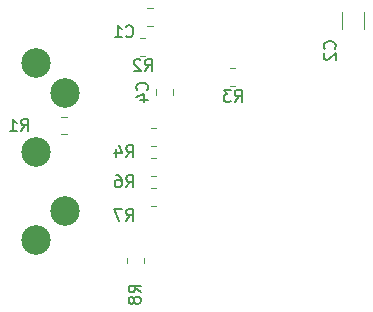
<source format=gbr>
%TF.GenerationSoftware,KiCad,Pcbnew,(6.0.0)*%
%TF.CreationDate,2022-10-20T13:44:37-04:00*%
%TF.ProjectId,TandyKey-A,54616e64-794b-4657-992d-412e6b696361,rev?*%
%TF.SameCoordinates,Original*%
%TF.FileFunction,Legend,Bot*%
%TF.FilePolarity,Positive*%
%FSLAX46Y46*%
G04 Gerber Fmt 4.6, Leading zero omitted, Abs format (unit mm)*
G04 Created by KiCad (PCBNEW (6.0.0)) date 2022-10-20 13:44:37*
%MOMM*%
%LPD*%
G01*
G04 APERTURE LIST*
%ADD10C,0.150000*%
%ADD11C,0.120000*%
%ADD12C,2.499360*%
G04 APERTURE END LIST*
D10*
%TO.C,R1*%
X115101666Y-94432380D02*
X115435000Y-93956190D01*
X115673095Y-94432380D02*
X115673095Y-93432380D01*
X115292142Y-93432380D01*
X115196904Y-93480000D01*
X115149285Y-93527619D01*
X115101666Y-93622857D01*
X115101666Y-93765714D01*
X115149285Y-93860952D01*
X115196904Y-93908571D01*
X115292142Y-93956190D01*
X115673095Y-93956190D01*
X114149285Y-94432380D02*
X114720714Y-94432380D01*
X114435000Y-94432380D02*
X114435000Y-93432380D01*
X114530238Y-93575238D01*
X114625476Y-93670476D01*
X114720714Y-93718095D01*
%TO.C,C1*%
X123991666Y-86399642D02*
X124039285Y-86447261D01*
X124182142Y-86494880D01*
X124277380Y-86494880D01*
X124420238Y-86447261D01*
X124515476Y-86352023D01*
X124563095Y-86256785D01*
X124610714Y-86066309D01*
X124610714Y-85923452D01*
X124563095Y-85732976D01*
X124515476Y-85637738D01*
X124420238Y-85542500D01*
X124277380Y-85494880D01*
X124182142Y-85494880D01*
X124039285Y-85542500D01*
X123991666Y-85590119D01*
X123039285Y-86494880D02*
X123610714Y-86494880D01*
X123325000Y-86494880D02*
X123325000Y-85494880D01*
X123420238Y-85637738D01*
X123515476Y-85732976D01*
X123610714Y-85780595D01*
%TO.C,C4*%
X125769642Y-90955833D02*
X125817261Y-90908214D01*
X125864880Y-90765357D01*
X125864880Y-90670119D01*
X125817261Y-90527261D01*
X125722023Y-90432023D01*
X125626785Y-90384404D01*
X125436309Y-90336785D01*
X125293452Y-90336785D01*
X125102976Y-90384404D01*
X125007738Y-90432023D01*
X124912500Y-90527261D01*
X124864880Y-90670119D01*
X124864880Y-90765357D01*
X124912500Y-90908214D01*
X124960119Y-90955833D01*
X125198214Y-91812976D02*
X125864880Y-91812976D01*
X124817261Y-91574880D02*
X125531547Y-91336785D01*
X125531547Y-91955833D01*
%TO.C,C2*%
X141644642Y-87463333D02*
X141692261Y-87415714D01*
X141739880Y-87272857D01*
X141739880Y-87177619D01*
X141692261Y-87034761D01*
X141597023Y-86939523D01*
X141501785Y-86891904D01*
X141311309Y-86844285D01*
X141168452Y-86844285D01*
X140977976Y-86891904D01*
X140882738Y-86939523D01*
X140787500Y-87034761D01*
X140739880Y-87177619D01*
X140739880Y-87272857D01*
X140787500Y-87415714D01*
X140835119Y-87463333D01*
X140835119Y-87844285D02*
X140787500Y-87891904D01*
X140739880Y-87987142D01*
X140739880Y-88225238D01*
X140787500Y-88320476D01*
X140835119Y-88368095D01*
X140930357Y-88415714D01*
X141025595Y-88415714D01*
X141168452Y-88368095D01*
X141739880Y-87796666D01*
X141739880Y-88415714D01*
%TO.C,R7*%
X123991666Y-102052380D02*
X124325000Y-101576190D01*
X124563095Y-102052380D02*
X124563095Y-101052380D01*
X124182142Y-101052380D01*
X124086904Y-101100000D01*
X124039285Y-101147619D01*
X123991666Y-101242857D01*
X123991666Y-101385714D01*
X124039285Y-101480952D01*
X124086904Y-101528571D01*
X124182142Y-101576190D01*
X124563095Y-101576190D01*
X123658333Y-101052380D02*
X122991666Y-101052380D01*
X123420238Y-102052380D01*
%TO.C,R2*%
X125579166Y-89352380D02*
X125912500Y-88876190D01*
X126150595Y-89352380D02*
X126150595Y-88352380D01*
X125769642Y-88352380D01*
X125674404Y-88400000D01*
X125626785Y-88447619D01*
X125579166Y-88542857D01*
X125579166Y-88685714D01*
X125626785Y-88780952D01*
X125674404Y-88828571D01*
X125769642Y-88876190D01*
X126150595Y-88876190D01*
X125198214Y-88447619D02*
X125150595Y-88400000D01*
X125055357Y-88352380D01*
X124817261Y-88352380D01*
X124722023Y-88400000D01*
X124674404Y-88447619D01*
X124626785Y-88542857D01*
X124626785Y-88638095D01*
X124674404Y-88780952D01*
X125245833Y-89352380D01*
X124626785Y-89352380D01*
%TO.C,R4*%
X123991666Y-96654880D02*
X124325000Y-96178690D01*
X124563095Y-96654880D02*
X124563095Y-95654880D01*
X124182142Y-95654880D01*
X124086904Y-95702500D01*
X124039285Y-95750119D01*
X123991666Y-95845357D01*
X123991666Y-95988214D01*
X124039285Y-96083452D01*
X124086904Y-96131071D01*
X124182142Y-96178690D01*
X124563095Y-96178690D01*
X123134523Y-95988214D02*
X123134523Y-96654880D01*
X123372619Y-95607261D02*
X123610714Y-96321547D01*
X122991666Y-96321547D01*
%TO.C,R3*%
X133199166Y-91954880D02*
X133532500Y-91478690D01*
X133770595Y-91954880D02*
X133770595Y-90954880D01*
X133389642Y-90954880D01*
X133294404Y-91002500D01*
X133246785Y-91050119D01*
X133199166Y-91145357D01*
X133199166Y-91288214D01*
X133246785Y-91383452D01*
X133294404Y-91431071D01*
X133389642Y-91478690D01*
X133770595Y-91478690D01*
X132865833Y-90954880D02*
X132246785Y-90954880D01*
X132580119Y-91335833D01*
X132437261Y-91335833D01*
X132342023Y-91383452D01*
X132294404Y-91431071D01*
X132246785Y-91526309D01*
X132246785Y-91764404D01*
X132294404Y-91859642D01*
X132342023Y-91907261D01*
X132437261Y-91954880D01*
X132722976Y-91954880D01*
X132818214Y-91907261D01*
X132865833Y-91859642D01*
%TO.C,R6*%
X123991666Y-99194880D02*
X124325000Y-98718690D01*
X124563095Y-99194880D02*
X124563095Y-98194880D01*
X124182142Y-98194880D01*
X124086904Y-98242500D01*
X124039285Y-98290119D01*
X123991666Y-98385357D01*
X123991666Y-98528214D01*
X124039285Y-98623452D01*
X124086904Y-98671071D01*
X124182142Y-98718690D01*
X124563095Y-98718690D01*
X123134523Y-98194880D02*
X123325000Y-98194880D01*
X123420238Y-98242500D01*
X123467857Y-98290119D01*
X123563095Y-98432976D01*
X123610714Y-98623452D01*
X123610714Y-99004404D01*
X123563095Y-99099642D01*
X123515476Y-99147261D01*
X123420238Y-99194880D01*
X123229761Y-99194880D01*
X123134523Y-99147261D01*
X123086904Y-99099642D01*
X123039285Y-99004404D01*
X123039285Y-98766309D01*
X123086904Y-98671071D01*
X123134523Y-98623452D01*
X123229761Y-98575833D01*
X123420238Y-98575833D01*
X123515476Y-98623452D01*
X123563095Y-98671071D01*
X123610714Y-98766309D01*
%TO.C,R8*%
X125229880Y-108100833D02*
X124753690Y-107767500D01*
X125229880Y-107529404D02*
X124229880Y-107529404D01*
X124229880Y-107910357D01*
X124277500Y-108005595D01*
X124325119Y-108053214D01*
X124420357Y-108100833D01*
X124563214Y-108100833D01*
X124658452Y-108053214D01*
X124706071Y-108005595D01*
X124753690Y-107910357D01*
X124753690Y-107529404D01*
X124658452Y-108672261D02*
X124610833Y-108577023D01*
X124563214Y-108529404D01*
X124467976Y-108481785D01*
X124420357Y-108481785D01*
X124325119Y-108529404D01*
X124277500Y-108577023D01*
X124229880Y-108672261D01*
X124229880Y-108862738D01*
X124277500Y-108957976D01*
X124325119Y-109005595D01*
X124420357Y-109053214D01*
X124467976Y-109053214D01*
X124563214Y-109005595D01*
X124610833Y-108957976D01*
X124658452Y-108862738D01*
X124658452Y-108672261D01*
X124706071Y-108577023D01*
X124753690Y-108529404D01*
X124848928Y-108481785D01*
X125039404Y-108481785D01*
X125134642Y-108529404D01*
X125182261Y-108577023D01*
X125229880Y-108672261D01*
X125229880Y-108862738D01*
X125182261Y-108957976D01*
X125134642Y-109005595D01*
X125039404Y-109053214D01*
X124848928Y-109053214D01*
X124753690Y-109005595D01*
X124706071Y-108957976D01*
X124658452Y-108862738D01*
D11*
%TO.C,R1*%
X118517936Y-93245000D02*
X118972064Y-93245000D01*
X118517936Y-94715000D02*
X118972064Y-94715000D01*
%TO.C,C1*%
X125786248Y-85507500D02*
X126308752Y-85507500D01*
X125786248Y-84037500D02*
X126308752Y-84037500D01*
%TO.C,C4*%
X128005000Y-91383752D02*
X128005000Y-90861248D01*
X126535000Y-91383752D02*
X126535000Y-90861248D01*
%TO.C,C2*%
X142282500Y-85801252D02*
X142282500Y-84378748D01*
X144102500Y-85801252D02*
X144102500Y-84378748D01*
%TO.C,R7*%
X126544564Y-99277500D02*
X126090436Y-99277500D01*
X126544564Y-100747500D02*
X126090436Y-100747500D01*
%TO.C,R2*%
X125147944Y-88047500D02*
X125602072Y-88047500D01*
X125147944Y-86577500D02*
X125602072Y-86577500D01*
%TO.C,R4*%
X126090436Y-94197500D02*
X126544564Y-94197500D01*
X126090436Y-95667500D02*
X126544564Y-95667500D01*
%TO.C,R3*%
X132805436Y-89117500D02*
X133259564Y-89117500D01*
X132805436Y-90587500D02*
X133259564Y-90587500D01*
%TO.C,R6*%
X126544564Y-98207500D02*
X126090436Y-98207500D01*
X126544564Y-96737500D02*
X126090436Y-96737500D01*
%TO.C,R8*%
X125512500Y-105182936D02*
X125512500Y-105637064D01*
X124042500Y-105182936D02*
X124042500Y-105637064D01*
%TD*%
D12*
%TO.C,J1*%
X116344700Y-103700580D03*
X116347240Y-96202500D03*
X116344700Y-88704420D03*
X118846600Y-101198680D03*
X118846600Y-91206320D03*
%TD*%
M02*

</source>
